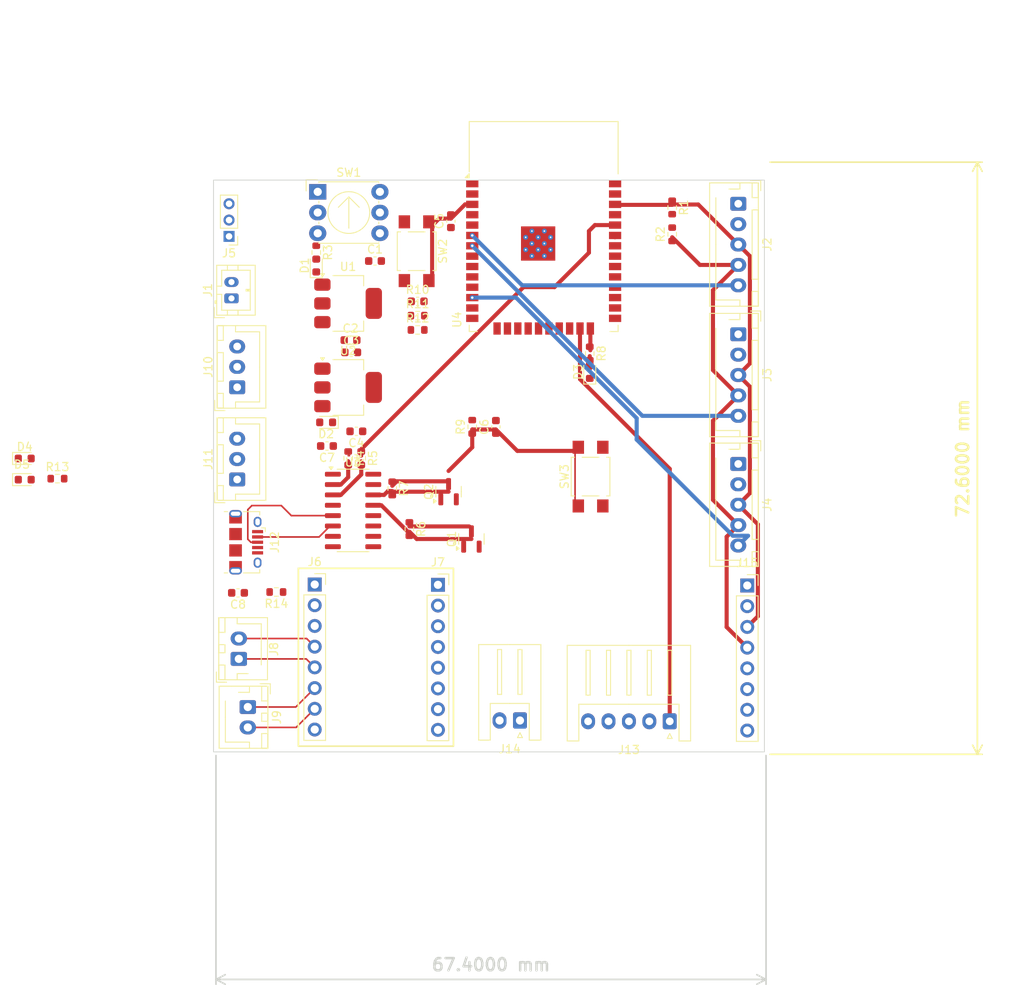
<source format=kicad_pcb>
(kicad_pcb (version 20240108) (generator "pcbnew") (generator_version "8.0")
  (layers (0 "F.Cu" signal) (31 "B.Cu" signal) (34 "B.Paste" user) (35 "F.Paste" user) (36 "B.SilkS" user "B.Silkscreen") (37 "F.SilkS" user "F.Silkscreen") (38 "B.Mask" user) (39 "F.Mask" user) (44 "Edge.Cuts" user))
  (net 0 "")
  (net 1 "Net-(Q1-B)")
  (net 2 "Net-(Q1-E)")
  (net 3 "EN")
  (net 4 "I00")
  (net 5 "Net-(Q2-E)")
  (net 6 "Net-(Q2-B)")
  (net 7 "2s")
  (net 8 "GND")
  (net 9 "5V")
  (net 10 "3V3")
  (net 11 "Net-(J12-D-)")
  (net 14 "Net-(J12-D+)")
  (net 16 "Net-(U3-TXD)")
  (net 20 "Net-(U3-RXD)")
  (net 24 "SDA")
  (net 26 "SCL")
  (net 27 "MOSI")
  (net 28 "IO0")
  (net 29 "DDT")
  (net 30 "TXD0")
  (net 33 "Net-(D4-A)")
  (net 35 "Net-(R10-Pad2)")
  (net 37 "RXD0")
  (net 39 "MISO")
  (net 40 "XSH1")
  (net 41 "XSH2")
  (net 42 "XSH3")
  (net 43 "IR")
  (net 44 "Net-(D5-A)")
  (net 46 "Net-(J6-Pin_6)")
  (net 48 "Net-(J6-Pin_4)")
  (net 49 "Net-(J6-Pin_7)")
  (net 50 "BIN1")
  (net 51 "AIN2")
  (net 52 "AIN1")
  (net 56 "BIN2")
  (net 57 "SS{slash}CS")
  (net 58 "SCLK")
  (net 59 "MOTION")
  (net 60 "INT")
  (net 63 "Net-(U4-IO2)")
  (net 64 "ESC 1")
  (net 65 "ESC 2")
  (net 66 "Net-(D1-A)")
  (net 67 "Net-(D2-A)")
  (net 68 "Net-(D3-A)")
  (net 69 "Net-(J1-Pin_1)")
  (net 73 "Net-(J6-Pin_5)")
  (footprint "Resistor_SMD:R_0603_1608Metric" (layer "F.Cu") (at 137.8 28.255 -90)
    (property "Reference" "R1" (at 0 -1.43 -90) (layer "F.SilkS"))
    (property "Value" "4k7")
    (pad "1" smd roundrect (at -0.825 0 270) (size 0.8 0.95) (layers "F.Cu" "F.Paste" "F.Mask") (net 26 "SCL"))
    (pad "2" smd roundrect (at 0.825 0 270) (size 0.8 0.95) (layers "F.Cu" "F.Paste" "F.Mask") (net 10 "3V3"))
  )
  (footprint "Resistor_SMD:R_0603_1608Metric" (layer "F.Cu") (at 127.7 46.155 -90)
    (property "Reference" "R8" (at 0 -1.43 -90) (layer "F.SilkS"))
    (property "Value" "330")
    (pad "1" smd roundrect (at -0.825 0 270) (size 0.8 0.95) (layers "F.Cu" "F.Paste" "F.Mask") (net 63 "Net-(U4-IO2)"))
    (pad "2" smd roundrect (at 0.825 0 270) (size 0.8 0.95) (layers "F.Cu" "F.Paste" "F.Mask") (net 68 "Net-(D3-A)"))
  )
  (footprint "Resistor_SMD:R_0603_1608Metric" (layer "F.Cu") (at 106.6075 41.5175)
    (property "Reference" "R11" (at 0 -1.43 0) (layer "F.SilkS"))
    (property "Value" "10K")
    (pad "1" smd roundrect (at -0.825 0) (size 0.8 0.95) (layers "F.Cu" "F.Paste" "F.Mask") (net 8 "GND"))
    (pad "2" smd roundrect (at 0.825 0) (size 0.8 0.95) (layers "F.Cu" "F.Paste" "F.Mask") (net 29 "DDT"))
  )
  (footprint "Package_TO_SOT_SMD:SOT-23" (layer "F.Cu") (at 113.2 68.9 90)
    (property "Reference" "Q1" (at 0 -2.4 90) (layer "F.SilkS"))
    (property "Value" "S8050")
    (pad "1" smd roundrect (at -0.9375 -0.95 90) (size 1.475 0.6) (layers "F.Cu" "F.Paste" "F.Mask") (net 2 "Net-(Q1-E)"))
    (pad "2" smd roundrect (at -0.9375 0.95 90) (size 1.475 0.6) (layers "F.Cu" "F.Paste" "F.Mask") (net 1 "Net-(Q1-B)"))
    (pad "3" smd roundrect (at 0.9375 0 90) (size 1.475 0.6) (layers "F.Cu" "F.Paste" "F.Mask") (net 3 "EN"))
  )
  (footprint "Connector_JST:JST_XH_B3B-XH-A_1x03_P2.50mm_Vertical" (layer "F.Cu") (at 84.5 61.6 90)
    (property "Reference" "J11" (at 2.5 -3.55 90) (layer "F.SilkS"))
    (property "Value" "ESC2")
    (pad "1" thru_hole roundrect (at 0 0 90) (size 1.7 1.95) (drill 0.95) (layers "*.Cu" "*.Mask") (roundrect_rratio 0.147059) (net 65 "ESC 2"))
    (pad "2" thru_hole oval (at 2.5 0 90) (size 1.7 1.95) (drill 0.95) (layers "*.Cu" "*.Mask"))
    (pad "3" thru_hole oval (at 5 0 90) (size 1.7 1.95) (drill 0.95) (layers "*.Cu" "*.Mask") (net 8 "GND"))
  )
  (footprint "Connector_JST:JST_XH_B2B-XH-AM_1x02_P2.50mm_Vertical" (layer "F.Cu") (at 85.8 89.5 -90)
    (property "Reference" "J9" (at 1.25 -3.55 90) (layer "F.SilkS"))
    (property "Value" "MB")
    (pad "" np_thru_hole circle (at -1.6 2 270) (size 1.2 1.2) (drill 1.2) (layers "*.Cu" "*.Mask"))
    (pad "1" thru_hole roundrect (at 0 0 270) (size 1.7 2) (drill 1) (layers "*.Cu" "*.Mask") (roundrect_rratio 0.147059) (net 46 "Net-(J6-Pin_6)"))
    (pad "2" thru_hole oval (at 2.5 0 270) (size 1.7 2) (drill 1) (layers "*.Cu" "*.Mask") (net 49 "Net-(J6-Pin_7)"))
  )
  (footprint "Diode_SMD:D_0603_1608Metric" (layer "F.Cu") (at 95.4 54.6 180)
    (property "Reference" "D2" (at 0 -1.43 180) (layer "F.SilkS"))
    (property "Value" "1N4007")
    (pad "1" smd roundrect (at -0.7875 0 180) (size 0.875 0.95) (layers "F.Cu" "F.Paste" "F.Mask") (net 9 "5V"))
    (pad "2" smd roundrect (at 0.7875 0 180) (size 0.875 0.95) (layers "F.Cu" "F.Paste" "F.Mask") (net 67 "Net-(D2-A)"))
  )
  (footprint "Capacitor_SMD:C_0603_1608Metric" (layer "F.Cu") (at 101.3875 34.8175)
    (property "Reference" "C1" (at 0 -1.43 0) (layer "F.SilkS"))
    (property "Value" "100nF")
    (pad "1" smd roundrect (at -0.775 0) (size 0.9 0.95) (layers "F.Cu" "F.Paste" "F.Mask") (net 7 "2s"))
    (pad "2" smd roundrect (at 0.775 0) (size 0.9 0.95) (layers "F.Cu" "F.Paste" "F.Mask") (net 8 "GND"))
  )
  (footprint "Connector_JST:JST_XH_B5B-XH-AM_1x05_P2.50mm_Vertical" (layer "F.Cu") (at 145.9 43.8 -90)
    (property "Reference" "J3" (at 5 -3.55 90) (layer "F.SilkS"))
    (property "Value" "VL53L0X 2")
    (pad "" np_thru_hole circle (at -1.6 2 270) (size 1.2 1.2) (drill 1.2) (layers "*.Cu" "*.Mask"))
    (pad "1" thru_hole roundrect (at 0 0 270) (size 1.7 1.95) (drill 0.95) (layers "*.Cu" "*.Mask") (roundrect_rratio 0.147059) (net 10 "3V3"))
    (pad "2" thru_hole oval (at 2.5 0 270) (size 1.7 1.95) (drill 0.95) (layers "*.Cu" "*.Mask") (net 8 "GND"))
    (pad "3" thru_hole oval (at 5 0 270) (size 1.7 1.95) (drill 0.95) (layers "*.Cu" "*.Mask") (net 26 "SCL"))
    (pad "4" thru_hole oval (at 7.5 0 270) (size 1.7 1.95) (drill 0.95) (layers "*.Cu" "*.Mask") (net 24 "SDA"))
    (pad "5" thru_hole oval (at 10 0 270) (size 1.7 1.95) (drill 0.95) (layers "*.Cu" "*.Mask") (net 41 "XSH2"))
  )
  (footprint "Resistor_SMD:R_0603_1608Metric" (layer "F.Cu") (at 113.3 55.145 90)
    (property "Reference" "R9" (at 0 -1.43 90) (layer "F.SilkS"))
    (property "Value" "10K")
    (pad "1" smd roundrect (at -0.825 0 90) (size 0.8 0.95) (layers "F.Cu" "F.Paste" "F.Mask") (net 4 "I00"))
    (pad "2" smd roundrect (at 0.825 0 90) (size 0.8 0.95) (layers "F.Cu" "F.Paste" "F.Mask") (net 10 "3V3"))
  )
  (footprint "Package_SO:SOIC-16_3.9x9.9mm_P1.27mm" (layer "F.Cu") (at 98.7 65.4)
    (property "Reference" "U3" (at 0 -5.9 0) (layer "F.SilkS"))
    (property "Value" "CH340C")
    (pad "1" smd roundrect (at -2.475 -4.445) (size 1.95 0.6) (layers "F.Cu" "F.Paste" "F.Mask") (net 8 "GND"))
    (pad "2" smd roundrect (at -2.475 -3.175) (size 1.95 0.6) (layers "F.Cu" "F.Paste" "F.Mask") (net 16 "Net-(U3-TXD)"))
    (pad "3" smd roundrect (at -2.475 -1.905) (size 1.95 0.6) (layers "F.Cu" "F.Paste" "F.Mask") (net 20 "Net-(U3-RXD)"))
    (pad "4" smd roundrect (at -2.475 -0.635) (size 1.95 0.6) (layers "F.Cu" "F.Paste" "F.Mask") (net 10 "3V3"))
    (pad "5" smd roundrect (at -2.475 0.635) (size 1.95 0.6) (layers "F.Cu" "F.Paste" "F.Mask") (net 14 "Net-(J12-D+)"))
    (pad "6" smd roundrect (at -2.475 1.905) (size 1.95 0.6) (layers "F.Cu" "F.Paste" "F.Mask") (net 11 "Net-(J12-D-)"))
    (pad "7" smd roundrect (at -2.475 3.175) (size 1.95 0.6) (layers "F.Cu" "F.Paste" "F.Mask"))
    (pad "8" smd roundrect (at -2.475 4.445) (size 1.95 0.6) (layers "F.Cu" "F.Paste" "F.Mask"))
    (pad "9" smd roundrect (at 2.475 4.445) (size 1.95 0.6) (layers "F.Cu" "F.Paste" "F.Mask"))
    (pad "10" smd roundrect (at 2.475 3.175) (size 1.95 0.6) (layers "F.Cu" "F.Paste" "F.Mask"))
    (pad "11" smd roundrect (at 2.475 1.905) (size 1.95 0.6) (layers "F.Cu" "F.Paste" "F.Mask"))
    (pad "12" smd roundrect (at 2.475 0.635) (size 1.95 0.6) (layers "F.Cu" "F.Paste" "F.Mask"))
    (pad "13" smd roundrect (at 2.475 -0.635) (size 1.95 0.6) (layers "F.Cu" "F.Paste" "F.Mask") (net 5 "Net-(Q2-E)"))
    (pad "14" smd roundrect (at 2.475 -1.905) (size 1.95 0.6) (layers "F.Cu" "F.Paste" "F.Mask") (net 2 "Net-(Q1-E)"))
    (pad "15" smd roundrect (at 2.475 -3.175) (size 1.95 0.6) (layers "F.Cu" "F.Paste" "F.Mask"))
    (pad "16" smd roundrect (at 2.475 -4.445) (size 1.95 0.6) (layers "F.Cu" "F.Paste" "F.Mask") (net 10 "3V3"))
  )
  (footprint "Connector_JST:JST_XH_B5B-XH-AM_1x05_P2.50mm_Vertical" (layer "F.Cu") (at 145.9 59.7 -90)
    (property "Reference" "J4" (at 5 -3.55 90) (layer "F.SilkS"))
    (property "Value" "VL53L0X 3")
    (pad "" np_thru_hole circle (at -1.6 2 270) (size 1.2 1.2) (drill 1.2) (layers "*.Cu" "*.Mask"))
    (pad "1" thru_hole roundrect (at 0 0 270) (size 1.7 1.95) (drill 0.95) (layers "*.Cu" "*.Mask") (roundrect_rratio 0.147059) (net 10 "3V3"))
    (pad "2" thru_hole oval (at 2.5 0 270) (size 1.7 1.95) (drill 0.95) (layers "*.Cu" "*.Mask") (net 8 "GND"))
    (pad "3" thru_hole oval (at 5 0 270) (size 1.7 1.95) (drill 0.95) (layers "*.Cu" "*.Mask") (net 26 "SCL"))
    (pad "4" thru_hole oval (at 7.5 0 270) (size 1.7 1.95) (drill 0.95) (layers "*.Cu" "*.Mask") (net 24 "SDA"))
    (pad "5" thru_hole oval (at 10 0 270) (size 1.7 1.95) (drill 0.95) (layers "*.Cu" "*.Mask") (net 42 "XSH3"))
  )
  (footprint "Package_TO_SOT_SMD:SOT-23" (layer "F.Cu") (at 110.4 63.1 90)
    (property "Reference" "Q2" (at 0 -2.4 90) (layer "F.SilkS"))
    (property "Value" "S8050")
    (pad "1" smd roundrect (at -0.9375 -0.95 90) (size 1.475 0.6) (layers "F.Cu" "F.Paste" "F.Mask") (net 5 "Net-(Q2-E)"))
    (pad "2" smd roundrect (at -0.9375 0.95 90) (size 1.475 0.6) (layers "F.Cu" "F.Paste" "F.Mask") (net 6 "Net-(Q2-B)"))
    (pad "3" smd roundrect (at 0.9375 0 90) (size 1.475 0.6) (layers "F.Cu" "F.Paste" "F.Mask") (net 4 "I00"))
  )
  (footprint "Button_Switch_SMD:SW_SPST_TL3305C" (layer "F.Cu") (at 106.4875 33.6175 -90)
    (property "Reference" "SW2" (at 0 -3.2 -90) (layer "F.SilkS"))
    (property "Value" "EN")
    (pad "1" smd rect (at -3.6 -1.5 270) (size 1.6 1.4) (layers "F.Cu" "F.Paste" "F.Mask") (net 3 "EN"))
    (pad "1" smd rect (at 3.6 -1.5 270) (size 1.6 1.4) (layers "F.Cu" "F.Paste" "F.Mask") (net 3 "EN"))
    (pad "2" smd rect (at -3.6 1.5 270) (size 1.6 1.4) (layers "F.Cu" "F.Paste" "F.Mask") (net 8 "GND"))
    (pad "2" smd rect (at 3.6 1.5 270) (size 1.6 1.4) (layers "F.Cu" "F.Paste" "F.Mask") (net 8 "GND"))
  )
  (footprint "Connector_JST:JST_XH_B5B-XH-AM_1x05_P2.50mm_Vertical" (layer "F.Cu") (at 145.9 27.8 -90)
    (property "Reference" "J2" (at 5 -3.55 90) (layer "F.SilkS"))
    (property "Value" "VL53L0X 1")
    (pad "" np_thru_hole circle (at -1.6 2 270) (size 1.2 1.2) (drill 1.2) (layers "*.Cu" "*.Mask"))
    (pad "1" thru_hole roundrect (at 0 0 270) (size 1.7 1.95) (drill 0.95) (layers "*.Cu" "*.Mask") (roundrect_rratio 0.147059) (net 10 "3V3"))
    (pad "2" thru_hole oval (at 2.5 0 270) (size 1.7 1.95) (drill 0.95) (layers "*.Cu" "*.Mask") (net 8 "GND"))
    (pad "3" thru_hole oval (at 5 0 270) (size 1.7 1.95) (drill 0.95) (layers "*.Cu" "*.Mask") (net 26 "SCL"))
    (pad "4" thru_hole oval (at 7.5 0 270) (size 1.7 1.95) (drill 0.95) (layers "*.Cu" "*.Mask") (net 24 "SDA"))
    (pad "5" thru_hole oval (at 10 0 270) (size 1.7 1.95) (drill 0.95) (layers "*.Cu" "*.Mask") (net 40 "XSH1"))
  )
  (footprint "Resistor_SMD:R_0603_1608Metric" (layer "F.Cu") (at 94.1875 33.7725 -90)
    (property "Reference" "R3" (at 0 -1.43 -90) (layer "F.SilkS"))
    (property "Value" "1K")
    (pad "1" smd roundrect (at -0.825 0 270) (size 0.8 0.95) (layers "F.Cu" "F.Paste" "F.Mask") (net 7 "2s"))
    (pad "2" smd roundrect (at 0.825 0 270) (size 0.8 0.95) (layers "F.Cu" "F.Paste" "F.Mask") (net 66 "Net-(D1-A)"))
  )
  (footprint "Resistor_SMD:R_0603_1608Metric" (layer "F.Cu") (at 98.1 59 -90)
    (property "Reference" "R4" (at 0 -1.43 -90) (layer "F.SilkS"))
    (property "Value" "1K")
    (pad "1" smd roundrect (at -0.825 0 270) (size 0.8 0.95) (layers "F.Cu" "F.Paste" "F.Mask") (net 37 "RXD0"))
    (pad "2" smd roundrect (at 0.825 0 270) (size 0.8 0.95) (layers "F.Cu" "F.Paste" "F.Mask") (net 16 "Net-(U3-TXD)"))
  )
  (footprint "Connector_PinSocket_2.54mm:PinSocket_1x08_P2.54mm_Vertical" (layer "F.Cu") (at 94 74.48)
    (property "Reference" "J6" (at 0 -2.77 0) (layer "F.SilkS"))
    (property "Value" "ponte H ld e")
    (pad "1" thru_hole rect (at 0 0) (size 1.7 1.7) (drill 1) (layers "*.Cu" "*.Mask") (net 7 "2s"))
    (pad "2" thru_hole oval (at 0 2.54) (size 1.7 1.7) (drill 1) (layers "*.Cu" "*.Mask"))
    (pad "3" thru_hole oval (at 0 5.08) (size 1.7 1.7) (drill 1) (layers "*.Cu" "*.Mask"))
    (pad "4" thru_hole oval (at 0 7.62) (size 1.7 1.7) (drill 1) (layers "*.Cu" "*.Mask") (net 48 "Net-(J6-Pin_4)"))
    (pad "5" thru_hole oval (at 0 10.16) (size 1.7 1.7) (drill 1) (layers "*.Cu" "*.Mask") (net 73 "Net-(J6-Pin_5)"))
    (pad "6" thru_hole oval (at 0 12.7) (size 1.7 1.7) (drill 1) (layers "*.Cu" "*.Mask") (net 46 "Net-(J6-Pin_6)"))
    (pad "7" thru_hole oval (at 0 15.24) (size 1.7 1.7) (drill 1) (layers "*.Cu" "*.Mask") (net 49 "Net-(J6-Pin_7)"))
    (pad "8" thru_hole oval (at 0 17.78) (size 1.7 1.7) (drill 1) (layers "*.Cu" "*.Mask") (net 8 "GND"))
  )
  (footprint "Connector_JST:JST_XH_S2B-XH-A_1x02_P2.50mm_Horizontal" (layer "F.Cu") (at 119.15 91.15 180)
    (property "Reference" "J14" (at 1.25 -3.5 0) (layer "F.SilkS"))
    (property "Value" "PS ADSN-9500")
    (pad "1" thru_hole roundrect (at 0 0 180) (size 1.7 2) (drill 1) (layers "*.Cu" "*.Mask") (roundrect_rratio 0.147059) (net 10 "3V3"))
    (pad "2" thru_hole oval (at 2.5 0 180) (size 1.7 2) (drill 1) (layers "*.Cu" "*.Mask") (net 8 "GND"))
  )
  (footprint "Resistor_SMD:R_0603_1608Metric" (layer "F.Cu") (at 106.6075 43.2675)
    (property "Reference" "R12" (at 0 -1.43 0) (layer "F.SilkS"))
    (property "Value" "10K")
    (pad "1" smd roundrect (at -0.825 0) (size 0.8 0.95) (layers "F.Cu" "F.Paste" "F.Mask") (net 35 "Net-(R10-Pad2)"))
    (pad "2" smd roundrect (at 0.825 0) (size 0.8 0.95) (layers "F.Cu" "F.Paste" "F.Mask") (net 7 "2s"))
  )
  (footprint "Resistor_SMD:R_0603_1608Metric" (layer "F.Cu") (at 99.7 59 -90)
    (property "Reference" "R5" (at 0 -1.43 -90) (layer "F.SilkS"))
    (property "Value" "1K")
    (pad "1" smd roundrect (at -0.825 0 270) (size 0.8 0.95) (layers "F.Cu" "F.Paste" "F.Mask") (net 30 "TXD0"))
    (pad "2" smd roundrect (at 0.825 0 270) (size 0.8 0.95) (layers "F.Cu" "F.Paste" "F.Mask") (net 20 "Net-(U3-RXD)"))
  )
  (footprint "Diode_SMD:D_0603_1608Metric" (layer "F.Cu") (at 58.465 59.03)
    (property "Reference" "D4" (at 0 -1.43 0) (layer "F.SilkS"))
    (property "Value" "1N4007")
    (pad "1" smd roundrect (at -0.7875 0) (size 0.875 0.95) (layers "F.Cu" "F.Paste" "F.Mask") (net 9 "5V"))
    (pad "2" smd roundrect (at 0.7875 0) (size 0.875 0.95) (layers "F.Cu" "F.Paste" "F.Mask") (net 33 "Net-(D4-A)"))
  )
  (footprint "LED_SMD:LED_0603_1608Metric" (layer "F.Cu") (at 58.465 61.62)
    (property "Reference" "D5" (at -0.3425 -1.855 0) (layer "F.SilkS"))
    (property "Value" "LED")
    (pad "1" smd roundrect (at -0.7875 0) (size 0.875 0.95) (layers "F.Cu" "F.Paste" "F.Mask") (net 8 "GND"))
    (pad "2" smd roundrect (at 0.7875 0) (size 0.875 0.95) (layers "F.Cu" "F.Paste" "F.Mask") (net 44 "Net-(D5-A)"))
  )
  (footprint "Button_Switch_SMD:SW_SPST_TL3305C" (layer "F.Cu") (at 127.8 61.25 90)
    (property "Reference" "SW3" (at 0 -3.2 90) (layer "F.SilkS"))
    (property "Value" "BOOT")
    (pad "1" smd rect (at -3.6 -1.5 90) (size 1.6 1.4) (layers "F.Cu" "F.Paste" "F.Mask") (net 4 "I00"))
    (pad "1" smd rect (at 3.6 -1.5 90) (size 1.6 1.4) (layers "F.Cu" "F.Paste" "F.Mask") (net 4 "I00"))
    (pad "2" smd rect (at -3.6 1.5 90) (size 1.6 1.4) (layers "F.Cu" "F.Paste" "F.Mask") (net 8 "GND"))
    (pad "2" smd rect (at 3.6 1.5 90) (size 1.6 1.4) (layers "F.Cu" "F.Paste" "F.Mask") (net 8 "GND"))
  )
  (footprint "Resistor_SMD:R_0603_1608Metric" (layer "F.Cu") (at 62.475 61.5)
    (property "Reference" "R13" (at 0 -1.43 0) (layer "F.SilkS"))
    (property "Value" "1K")
    (pad "1" smd roundrect (at -0.825 0) (size 0.8 0.95) (layers "F.Cu" "F.Paste" "F.Mask") (net 10 "3V3"))
    (pad "2" smd roundrect (at 0.825 0) (size 0.8 0.95) (layers "F.Cu" "F.Paste" "F.Mask") (net 44 "Net-(D5-A)"))
  )
  (footprint "Capacitor_SMD:C_0603_1608Metric" (layer "F.Cu") (at 84.6 75.5 180)
    (property "Reference" "C8" (at 0 -1.43 360) (layer "F.SilkS"))
    (property "Value" "C_Polarized")
    (pad "1" smd roundrect (at -0.775 0 180) (size 0.9 0.95) (layers "F.Cu" "F.Paste" "F.Mask") (net 3 "EN"))
    (pad "2" smd roundrect (at 0.775 0 180) (size 0.9 0.95) (layers "F.Cu" "F.Paste" "F.Mask") (net 8 "GND"))
  )
  (footprint "Capacitor_SMD:C_0603_1608Metric" (layer "F.Cu") (at 98.3875 44.5175)
    (property "Reference" "C2" (at 0 -1.43 0) (layer "F.SilkS"))
    (property "Value" "10uF")
    (pad "1" smd roundrect (at -0.775 0) (size 0.9 0.95) (layers "F.Cu" "F.Paste" "F.Mask") (net 33 "Net-(D4-A)"))
    (pad "2" smd roundrect (at 0.775 0) (size 0.9 0.95) (layers "F.Cu" "F.Paste" "F.Mask") (net 8 "GND"))
  )
  (footprint "Capacitor_SMD:C_0603_1608Metric" (layer "F.Cu") (at 95.5 57.5 180)
    (property "Reference" "C7" (at 0 -1.43 180) (layer "F.SilkS"))
    (property "Value" "100uF")
    (pad "1" smd roundrect (at -0.775 0 180) (size 0.9 0.95) (layers "F.Cu" "F.Paste" "F.Mask") (net 10 "3V3"))
    (pad "2" smd roundrect (at 0.775 0 180) (size 0.9 0.95) (layers "F.Cu" "F.Paste" "F.Mask") (net 8 "GND"))
  )
  (footprint "LED_SMD:LED_0603_1608Metric" (layer "F.Cu") (at 94.1875 35.3725 90)
    (property "Reference" "D1" (at 0 -1.43 90) (layer "F.SilkS"))
    (property "Value" "LED")
    (pad "1" smd roundrect (at -0.7875 0 90) (size 0.875 0.95) (layers "F.Cu" "F.Paste" "F.Mask") (net 8 "GND"))
    (pad "2" smd roundrect (at 0.7875 0 90) (size 0.875 0.95) (layers "F.Cu" "F.Paste" "F.Mask") (net 66 "Net-(D1-A)"))
  )
  (footprint "Resistor_SMD:R_0603_1608Metric" (layer "F.Cu") (at 103.5 62.7 -90)
    (property "Reference" "R7" (at 0 -1.43 -90) (layer "F.SilkS"))
    (property "Value" "10K")
    (pad "1" smd roundrect (at -0.825 0 270) (size 0.8 0.95) (layers "F.Cu" "F.Paste" "F.Mask") (net 6 "Net-(Q2-B)"))
    (pad "2" smd roundrect (at 0.825 0 270) (size 0.8 0.95) (layers "F.Cu" "F.Paste" "F.Mask") (net 2 "Net-(Q1-E)"))
  )
  (footprint "Connector_JST:JST_XH_S5B-XH-A_1x05_P2.50mm_Horizontal" (layer "F.Cu") (at 137.5 91.25 180)
    (property "Reference" "J13" (at 5 -3.5 0) (layer "F.SilkS"))
    (property "Value" "ADSN-9500")
    (pad "1" thru_hole roundrect (at 0 0 180) (size 1.7 1.95) (drill 0.95) (layers "*.Cu" "*.Mask") (roundrect_rratio 0.147059) (net 57 "SS{slash}CS"))
    (pad "2" thru_hole oval (at 2.5 0 180) (size 1.7 1.95) (drill 0.95) (layers "*.Cu" "*.Mask") (net 39 "MISO"))
    (pad "3" thru_hole oval (at 5 0 180) (size 1.7 1.95) (drill 0.95) (layers "*.Cu" "*.Mask") (net 58 "SCLK"))
    (pad "4" thru_hole oval (at 7.5 0 180) (size 1.7 1.95) (drill 0.95) (layers "*.Cu" "*.Mask") (net 27 "MOSI"))
    (pad "5" thru_hole oval (at 10 0 180) (size 1.7 1.95) (drill 0.95) (layers "*.Cu" "*.Mask") (net 59 "MOTION"))
  )
  (footprint "Resistor_SMD:R_0603_1608Metric" (layer "F.Cu") (at 137.8 31.545 90)
    (property "Reference" "R2" (at 0 -1.43 90) (layer "F.SilkS"))
    (property "Value" "4k7")
    (pad "1" smd roundrect (at -0.825 0 90) (size 0.8 0.95) (layers "F.Cu" "F.Paste" "F.Mask") (net 24 "SDA"))
    (pad "2" smd roundrect (at 0.825 0 90) (size 0.8 0.95) (layers "F.Cu" "F.Paste" "F.Mask") (net 10 "3V3"))
  )
  (footprint "Capacitor_SMD:C_0603_1608Metric" (layer "F.Cu") (at 116.2 55.155 90)
    (property "Reference" "C6" (at 0 -1.43 90) (layer "F.SilkS"))
    (property "Value" "100nF")
    (pad "1" smd roundrect (at -0.775 0 90) (size 0.9 0.95) (layers "F.Cu" "F.Paste" "F.Mask") (net 4 "I00"))
    (pad "2" smd roundrect (at 0.775 0 90) (size 0.9 0.95) (layers "F.Cu" "F.Paste" "F.Mask") (net 8 "GND"))
  )
  (footprint "Capacitor_SMD:C_0603_1608Metric" (layer "F.Cu") (at 99.1 55.7 180)
    (property "Reference" "C4" (at 0 -1.43 180) (layer "F.SilkS"))
    (property "Value" "10uF")
    (pad "1" smd roundrect (at -0.775 0 180) (size 0.9 0.95) (layers "F.Cu" "F.Paste" "F.Mask") (net 10 "3V3"))
    (pad "2" smd roundrect (at 0.775 0 180) (size 0.9 0.95) (layers "F.Cu" "F.Paste" "F.Mask") (net 8 "GND"))
  )
  (footprint "Connector_JST:JST_XH_B3B-XH-A_1x03_P2.50mm_Vertical" (layer "F.Cu") (at 84.5 50.3 90)
    (property "Reference" "J10" (at 2.5 -3.55 90) (layer "F.SilkS"))
    (property "Value" "ESC1")
    (pad "1" thru_hole roundrect (at 0 0 90) (size 1.7 1.95) (drill 0.95) (layers "*.Cu" "*.Mask") (roundrect_rratio 0.147059) (net 64 "ESC 1"))
    (pad "2" thru_hole oval (at 2.5 0 90) (size 1.7 1.95) (drill 0.95) (layers "*.Cu" "*.Mask"))
    (pad "3" thru_hole oval (at 5 0 90) (size 1.7 1.95) (drill 0.95) (layers "*.Cu" "*.Mask") (net 8 "GND"))
  )
  (footprint "Package_TO_SOT_SMD:SOT-223-3_TabPin2" (layer "F.Cu") (at 98.0875 40.0175)
    (property "Reference" "U1" (at 0 -4.5 0) (layer "F.SilkS"))
    (property "Value" "AMS1117-5.0")
    (pad "1" smd roundrect (at -3.15 -2.3) (size 2 1.5) (layers "F.Cu" "F.Paste" "F.Mask") (net 8 "GND"))
    (pad "2" smd roundrect (at -3.15 0) (size 2 1.5) (layers "F.Cu" "F.Paste" "F.Mask") (net 33 "Net-(D4-A)"))
    (pad "2" smd roundrect (at 3.15 0) (size 2 3.8) (layers "F.Cu" "F.Paste" "F.Mask") (net 33 "Net-(D4-A)"))
    (pad "3" smd roundrect (at -3.15 2.3) (size 2 1.5) (layers "F.Cu" "F.Paste" "F.Mask") (net 7 "2s"))
  )
  (footprint "Capacitor_SMD:C_0603_1608Metric" (layer "F.Cu") (at 106.6075 39.7675)
    (property "Reference" "R10" (at 0 -1.43 0) (layer "F.SilkS"))
    (property "Value" "10K")
    (pad "1" smd roundrect (at -0.775 0) (size 0.9 0.95) (layers "F.Cu" "F.Paste" "F.Mask") (net 29 "DDT"))
    (pad "2" smd roundrect (at 0.775 0) (size 0.9 0.95) (layers "F.Cu" "F.Paste" "F.Mask") (net 35 "Net-(R10-Pad2)"))
  )
  (footprint "Connector_JST:JST_XH_B2B-XH-AM_1x02_P2.50mm_Vertical" (layer "F.Cu") (at 84.7 83.6 90)
    (property "Reference" "J8" (at 1.2 4.3 90) (layer "F.SilkS"))
    (property "Value" "MA")
    (pad "" np_thru_hole circle (at -1.6 2 90) (size 1.2 1.2) (drill 1.2) (layers "*.Cu" "*.Mask"))
    (pad "1" thru_hole roundrect (at 0 0 90) (size 1.7 2) (drill 1) (layers "*.Cu" "*.Mask") (roundrect_rratio 0.147059) (net 48 "Net-(J6-Pin_4)"))
    (pad "2" thru_hole oval (at 2.5 0 90) (size 1.7 2) (drill 1) (layers "*.Cu" "*.Mask") (net 73 "Net-(J6-Pin_5)"))
  )
  (footprint "Resistor_SMD:R_0603_1608Metric" (layer "F.Cu") (at 105.6 67.68 -90)
    (property "Reference" "R6" (at 0 -1.43 -90) (layer "F.SilkS"))
    (property "Value" "10K")
    (pad "1" smd roundrect (at -0.825 0 270) (size 0.8 0.95) (layers "F.Cu" "F.Paste" "F.Mask") (net 1 "Net-(Q1-B)"))
    (pad "2" smd roundrect (at 0.825 0 270) (size 0.8 0.95) (layers "F.Cu" "F.Paste" "F.Mask") (net 5 "Net-(Q2-E)"))
  )
  (footprint "Connector_USB:USB_Micro-B_Amphenol_10118194_Horizontal" (layer "F.Cu") (at 85.6 69.3 -90)
    (property "Reference" "J12" (at 0 -3.5 90) (layer "F.SilkS"))
    (property "Value" "USB_B_Micro")
    (pad "1" smd rect (at -1.3 -1.4 270) (size 0.4 1.35) (layers "F.Cu" "F.Paste" "F.Mask") (net 67 "Net-(D2-A)"))
    (pad "2" smd rect (at -0.65 -1.4 270) (size 0.4 1.35) (layers "F.Cu" "F.Paste" "F.Mask") (net 11 "Net-(J12-D-)"))
    (pad "3" smd rect (at 0 -1.4 270) (size 0.4 1.35) (layers "F.Cu" "F.Paste" "F.Mask") (net 14 "Net-(J12-D+)"))
    (pad "4" smd rect (at 0.65 -1.4 270) (size 0.4 1.35) (layers "F.Cu" "F.Paste" "F.Mask"))
    (pad "5" smd rect (at 1.3 -1.4 270) (size 0.4 1.35) (layers "F.Cu" "F.Paste" "F.Mask") (net 8 "GND"))
    (pad "6" thru_hole oval (at -3.5 1.3 270) (size 0.89 1.55) (drill oval 0.5 1.15) (layers "*.Cu" "*.Mask") (net 8 "GND"))
    (pad "6" smd rect (at -2.9 1.3 270) (size 1.2 1.55) (layers "F.Cu" "F.Paste" "F.Mask") (net 8 "GND"))
    (pad "6" thru_hole oval (at -2.5 -1.4 270) (size 1.25 0.95) (drill oval 0.85 0.55) (layers "*.Cu" "*.Mask") (net 8 "GND"))
    (pad "6" smd rect (at -1 1.3 270) (size 1.5 1.55) (layers "F.Cu" "F.Paste" "F.Mask") (net 8 "GND"))
    (pad "6" smd rect (at 1 1.3 270) (size 1.5 1.55) (layers "F.Cu" "F.Paste" "F.Mask") (net 8 "GND"))
    (pad "6" thru_hole oval (at 2.5 -1.4 270) (size 1.25 0.95) (drill oval 0.85 0.55) (layers "*.Cu" "*.Mask") (net 8 "GND"))
    (pad "6" smd rect (at 2.9 1.3 270) (size 1.2 1.55) (layers "F.Cu" "F.Paste" "F.Mask") (net 8 "GND"))
    (pad "6" thru_hole oval (at 3.5 1.3 270) (size 0.89 1.55) (drill oval 0.5 1.15) (layers "*.Cu" "*.Mask") (net 8 "GND"))
  )
  (footprint "Button_Switch_THT:Nidec_Copal_SH-7010C" (layer "F.Cu") (at 94.3675 26.3375)
    (property "Reference" "SW1" (at 3.81 -2.36 0) (layer "F.SilkS"))
    (property "Value" "ON/OFF")
    (pad "1" thru_hole rect (at 0 0) (size 2.1 1.9) (drill 1) (layers "*.Cu" "*.Mask") (net 69 "Net-(J1-Pin_1)"))
    (pad "2" thru_hole oval (at 7.62 5.08) (size 2.1 1.9) (drill 1) (layers "*.Cu" "*.Mask") (net 7 "2s"))
    (pad "4" thru_hole oval (at 0 5.08) (size 2.1 1.9) (drill 1) (layers "*.Cu" "*.Mask"))
    (pad "8" thru_hole oval (at 7.62 0) (size 2.1 1.9) (drill 1) (layers "*.Cu" "*.Mask"))
    (pad "C" thru_hole oval (at 0 2.54) (size 2.1 1.9) (drill 1) (layers "*.Cu" "*.Mask"))
    (pad "C" thru_hole oval (at 7.62 2.54) (size 2.1 1.9) (drill 1) (layers "*.Cu" "*.Mask"))
  )
  (footprint "LED_SMD:LED_0603_1608Metric" (layer "F.Cu") (at 127.7 48.42 90)
    (property "Reference" "D3" (at 0 -1.43 90) (layer "F.SilkS"))
    (property "Value" "LED")
    (pad "1" smd roundrect (at -0.7875 0 90) (size 0.875 0.95) (layers "F.Cu" "F.Paste" "F.Mask") (net 8 "GND"))
    (pad "2" smd roundrect (at 0.7875 0 90) (size 0.875 0.95) (layers "F.Cu" "F.Paste" "F.Mask") (net 68 "Net-(D3-A)"))
  )
  (footprint "Package_TO_SOT_SMD:SOT-223-3_TabPin2" (layer "F.Cu") (at 98.0875 50.3175)
    (property "Reference" "U2" (at 0 -4.5 0) (layer "F.SilkS"))
    (property "Value" "AMS1117-3.3")
    (pad "1" smd roundrect (at -3.15 -2.3) (size 2 1.5) (layers "F.Cu" "F.Paste" "F.Mask") (net 8 "GND"))
    (pad "2" smd roundrect (at -3.15 0) (size 2 1.5) (layers "F.Cu" "F.Paste" "F.Mask") (net 10 "3V3"))
    (pad "2" smd roundrect (at 3.15 0) (size 2 3.8) (layers "F.Cu" "F.Paste" "F.Mask") (net 10 "3V3"))
    (pad "3" smd roundrect (at -3.15 2.3) (size 2 1.5) (layers "F.Cu" "F.Paste" "F.Mask") (net 9 "5V"))
  )
  (footprint "Resistor_SMD:R_0603_1608Metric" (layer "F.Cu") (at 89.3 75.4 180)
    (property "Reference" "R14" (at 0 -1.43 360) (layer "F.SilkS"))
    (property "Value" "10K")
    (pad "1" smd roundrect (at -0.825 0 180) (size 0.8 0.95) (layers "F.Cu" "F.Paste" "F.Mask") (net 10 "3V3"))
    (pad "2" smd roundrect (at 0.825 0 180) (size 0.8 0.95) (layers "F.Cu" "F.Paste" "F.Mask") (net 3 "EN"))
  )
  (footprint "Capacitor_SMD:C_0603_1608Metric" (layer "F.Cu") (at 110.6875 29.9375 90)
    (property "Reference" "C5" (at 0 -1.43 90) (layer "F.SilkS"))
    (property "Value" "100nF")
    (pad "1" smd roundrect (at -0.775 0 90) (size 0.9 0.95) (layers "F.Cu" "F.Paste" "F.Mask") (net 8 "GND"))
    (pad "2" smd roundrect (at 0.775 0 90) (size 0.9 0.95) (layers "F.Cu" "F.Paste" "F.Mask") (net 3 "EN"))
  )
  (footprint "Connector_PinHeader_2.00mm:PinHeader_1x03_P2.00mm_Vertical" (layer "F.Cu") (at 83.5 31.8 180)
    (property "Reference" "J5" (at 0 -2.06 180) (layer "F.SilkS"))
    (property "Value" "VS1838B")
    (pad "1" thru_hole rect (at 0 0 180) (size 1.35 1.35) (drill 0.8) (layers "*.Cu" "*.Mask") (net 10 "3V3"))
    (pad "2" thru_hole oval (at 0 2 180) (size 1.35 1.35) (drill 0.8) (layers "*.Cu" "*.Mask") (net 8 "GND"))
    (pad "3" thru_hole oval (at 0 4 180) (size 1.35 1.35) (drill 0.8) (layers "*.Cu" "*.Mask") (net 43 "IR"))
  )
  (footprint "Connector_PinSocket_2.54mm:PinSocket_1x08_P2.54mm_Vertical" (layer "F.Cu") (at 109.1 74.52)
    (property "Reference" "J7" (at 0 -2.77 0) (layer "F.SilkS"))
    (property "Value" "ponte H ld d")
    (pad "1" thru_hole rect (at 0 0) (size 1.7 1.7) (drill 1) (layers "*.Cu" "*.Mask"))
    (pad "2" thru_hole oval (at 0 2.54) (size 1.7 1.7) (drill 1) (layers "*.Cu" "*.Mask") (net 51 "AIN2"))
    (pad "3" thru_hole oval (at 0 5.08) (size 1.7 1.7) (drill 1) (layers "*.Cu" "*.Mask") (net 52 "AIN1"))
    (pad "4" thru_hole oval (at 0 7.62) (size 1.7 1.7) (drill 1) (layers "*.Cu" "*.Mask") (net 10 "3V3"))
    (pad "5" thru_hole oval (at 0 10.16) (size 1.7 1.7) (drill 1) (layers "*.Cu" "*.Mask") (net 50 "BIN1"))
    (pad "6" thru_hole oval (at 0 12.7) (size 1.7 1.7) (drill 1) (layers "*.Cu" "*.Mask") (net 56 "BIN2"))
    (pad "7" thru_hole oval (at 0 15.24) (size 1.7 1.7) (drill 1) (layers "*.Cu" "*.Mask"))
    (pad "8" thru_hole oval (at 0 17.78) (size 1.7 1.7) (drill 1) (layers "*.Cu" "*.Mask"))
  )
  (footprint "Connector_PinSocket_2.54mm:PinSocket_1x08_P2.54mm_Vertical" (layer "F.Cu") (at 147 74.6)
    (property "Reference" "J15" (at 0 -2.77 0) (layer "F.SilkS"))
    (property "Value" "MPU-6050")
    (pad "1" thru_hole rect (at 0 0) (size 1.7 1.7) (drill 1) (layers "*.Cu" "*.Mask") (net 10 "3V3"))
    (pad "2" thru_hole oval (at 0 2.54) (size 1.7 1.7) (drill 1) (layers "*.Cu" "*.Mask") (net 8 "GND"))
    (pad "3" thru_hole oval (at 0 5.08) (size 1.7 1.7) (drill 1) (layers "*.Cu" "*.Mask") (net 26 "SCL"))
    (pad "4" thru_hole oval (at 0 7.62) (size 1.7 1.7) (drill 1) (layers "*.Cu" "*.Mask") (net 24 "SDA"))
    (pad "5" thru_hole oval (at 0 10.16) (size 1.7 1.7) (drill 1) (layers "*.Cu" "*.Mask"))
    (pad "6" thru_hole oval (at 0 12.7) (size 1.7 1.7) (drill 1) (layers "*.Cu" "*.Mask"))
    (pad "7" thru_hole oval (at 0 15.24) (size 1.7 1.7) (drill 1) (layers "*.Cu" "*.Mask") (net 8 "GND"))
    (pad "8" thru_hole oval (at 0 17.78) (size 1.7 1.7) (drill 1) (layers "*.Cu" "*.Mask") (net 60 "INT"))
  )
  (footprint "Connector_JST:JST_PH_B2B-PH-K_1x02_P2.00mm_Vertical" (layer "F.Cu") (at 83.8 39.4 90)
    (property "Reference" "J1" (at 1 -2.9 90) (layer "F.SilkS"))
    (property "Value" "Bateria")
    (pad "1" thru_hole roundrect (at 0 0 90) (size 1.2 1.75) (drill 0.75) (layers "*.Cu" "*.Mask") (roundrect_rratio 0.208333) (net 69 "Net-(J1-Pin_1)"))
    (pad "2" thru_hole oval (at 2 0 90) (size 1.2 1.75) (drill 0.75) (layers "*.Cu" "*.Mask") (net 8 "GND"))
  )
  (footprint "RF_Module:ESP32-WROOM-32" (layer "F.Cu") (at 122.055 33.585)
    (property "Reference" "U4" (at -10.61 8.43 90) (layer "F.SilkS"))
    (property "Value" "ESP32-WROOM-32UE")
    (pad "1" smd rect (at -8.75 -8.25) (size 1.5 0.9) (layers "F.Cu" "F.Paste" "F.Mask") (net 8 "GND"))
    (pad "2" smd rect (at -8.75 -6.98) (size 1.5 0.9) (layers "F.Cu" "F.Paste" "F.Mask") (net 10 "3V3"))
    (pad "3" smd rect (at -8.75 -5.71) (size 1.5 0.9) (layers "F.Cu" "F.Paste" "F.Mask") (net 3 "EN"))
    (pad "4" smd rect (at -8.75 -4.44) (size 1.5 0.9) (layers "F.Cu" "F.Paste" "F.Mask"))
    (pad "5" smd rect (at -8.75 -3.17) (size 1.5 0.9) (layers "F.Cu" "F.Paste" "F.Mask") (net 29 "DDT"))
    (pad "6" smd rect (at -8.75 -1.9) (size 1.5 0.9) (layers "F.Cu" "F.Paste" "F.Mask") (net 60 "INT"))
    (pad "7" smd rect (at -8.75 -0.63) (size 1.5 0.9) (layers "F.Cu" "F.Paste" "F.Mask") (net 43 "IR"))
    (pad "8" smd rect (at -8.75 0.64) (size 1.5 0.9) (layers "F.Cu" "F.Paste" "F.Mask"))
    (pad "9" smd rect (at -8.75 1.91) (size 1.5 0.9) (layers "F.Cu" "F.Paste" "F.Mask"))
    (pad "10" smd rect (at -8.75 3.18) (size 1.5 0.9) (layers "F.Cu" "F.Paste" "F.Mask") (net 51 "AIN2"))
    (pad "11" smd rect (at -8.75 4.45) (size 1.5 0.9) (layers "F.Cu" "F.Paste" "F.Mask") (net 50 "BIN1"))
    (pad "12" smd rect (at -8.75 5.72) (size 1.5 0.9) (layers "F.Cu" "F.Paste" "F.Mask") (net 56 "BIN2"))
    (pad "13" smd rect (at -8.75 6.99) (size 1.5 0.9) (layers "F.Cu" "F.Paste" "F.Mask") (net 52 "AIN1"))
    (pad "14" smd rect (at -8.75 8.26) (size 1.5 0.9) (layers "F.Cu" "F.Paste" "F.Mask") (net 64 "ESC 1"))
    (pad "15" smd rect (at -5.71 9.51 90) (size 1.5 0.9) (layers "F.Cu" "F.Paste" "F.Mask") (net 8 "GND"))
    (pad "16" smd rect (at -4.44 9.51 90) (size 1.5 0.9) (layers "F.Cu" "F.Paste" "F.Mask") (net 65 "ESC 2"))
    (pad "17" smd rect (at -3.17 9.51 90) (size 1.5 0.9) (layers "F.Cu" "F.Paste" "F.Mask"))
    (pad "18" smd rect (at -1.9 9.51 90) (size 1.5 0.9) (layers "F.Cu" "F.Paste" "F.Mask"))
    (pad "19" smd rect (at -0.63 9.51 90) (size 1.5 0.9) (layers "F.Cu" "F.Paste" "F.Mask"))
    (pad "20" smd rect (at 0.64 9.51 90) (size 1.5 0.9) (layers "F.Cu" "F.Paste" "F.Mask"))
    (pad "21" smd rect (at 1.91 9.51 90) (size 1.5 0.9) (layers "F.Cu" "F.Paste" "F.Mask"))
    (pad "22" smd rect (at 3.18 9.51 90) (size 1.5 0.9) (layers "F.Cu" "F.Paste" "F.Mask"))
    (pad "23" smd rect (at 4.45 9.51 90) (size 1.5 0.9) (layers "F.Cu" "F.Paste" "F.Mask") (net 59 "MOTION"))
    (pad "24" smd rect (at 5.72 9.51 90) (size 1.5 0.9) (layers "F.Cu" "F.Paste" "F.Mask") (net 63 "Net-(U4-IO2)"))
    (pad "25" smd rect (at 8.75 8.26) (size 1.5 0.9) (layers "F.Cu" "F.Paste" "F.Mask") (net 28 "IO0"))
    (pad "26" smd rect (at 8.75 6.99) (size 1.5 0.9) (layers "F.Cu" "F.Paste" "F.Mask") (net 40 "XSH1"))
    (pad "27" smd rect (at 8.75 5.72) (size 1.5 0.9) (layers "F.Cu" "F.Paste" "F.Mask") (net 41 "XSH2"))
    (pad "28" smd rect (at 8.75 4.45) (size 1.5 0.9) (layers "F.Cu" "F.Paste" "F.Mask") (net 42 "XSH3"))
    (pad "29" smd rect (at 8.75 3.18) (size 1.5 0.9) (layers "F.Cu" "F.Paste" "F.Mask") (net 57 "SS{slash}CS"))
    (pad "30" smd rect (at 8.75 1.91) (size 1.5 0.9) (layers "F.Cu" "F.Paste" "F.Mask") (net 58 "SCLK"))
    (pad "31" smd rect (at 8.75 0.64) (size 1.5 0.9) (layers "F.Cu" "F.Paste" "F.Mask") (net 39 "MISO"))
    (pad "32" smd rect (at 8.75 -0.63) (size 1.5 0.9) (layers "F.Cu" "F.Paste" "F.Mask"))
    (pad "33" smd rect (at 8.75 -1.9) (size 1.5 0.9) (layers "F.Cu" "F.Paste" "F.Mask") (net 24 "SDA"))
    (pad "34" smd rect (at 8.75 -3.17) (size 1.5 0.9) (layers "F.Cu" "F.Paste" "F.Mask") (net 37 "RXD0"))
    (pad "35" smd rect (at 8.75 -4.44) (size 1.5 0.9) (layers "F.Cu" "F.Paste" "F.Mask") (net 30 "TXD0"))
    (pad "36" smd rect (at 8.75 -5.71) (size 1.5 0.9) (layers "F.Cu" "F.Paste" "F.Mask") (net 26 "SCL"))
    (pad "37" smd rect (at 8.75 -6.98) (size 1.5 0.9) (layers "F.Cu" "F.Paste" "F.Mask") (net 27 "MOSI"))
    (pad "38" smd rect (at 8.75 -8.25) (size 1.5 0.9) (layers "F.Cu" "F.Paste" "F.Mask") (net 8 "GND"))
    (pad "39" smd rect (at -2.205 -2.435) (size 1.05 1.05) (layers "F.Cu" "F.Paste") (net 8 "GND"))
    (pad "39" thru_hole circle (at -2.205 -1.6725) (size 0.6 0.6) (drill 0.2) (property pad_prop_heatsink) (layers "*.Cu" "F.Mask") (net 8 "GND"))
    (pad "39" smd rect (at -2.205 -0.91) (size 1.05 1.05) (layers "F.Cu" "F.Paste") (net 8 "GND"))
    (pad "39" thru_hole circle (at -2.205 -0.1475) (size 0.6 0.6) (drill 0.2) (property pad_prop_heatsink) (layers "*.Cu" "F.Mask") (net 8 "GND"))
    (pad "39" smd rect (at -2.205 0.615) (size 1.05 1.05) (layers "F.Cu" "F.Paste") (net 8 "GND"))
    (pad "39" thru_hole circle (at -1.4425 -2.435) (size 0.6 0.6) (drill 0.2) (property pad_prop_heatsink) (layers "*.Cu" "F.Mask") (net 8 "GND"))
    (pad "39" thru_hole circle (at -1.4425 -0.91) (size 0.6 0.6) (drill 0.2) (property pad_prop_heatsink) (layers "*.Cu" "F.Mask") (net 8 "GND"))
    (pad "39" thru_hole circle (at -1.4425 0.615) (size 0.6 0.6) (drill 0.2) (property pad_prop_heatsink) (layers "*.Cu" "F.Mask") (net 8 "GND"))
    (pad "39" smd rect (at -0.68 -2.435) (size 1.05 1.05) (layers "F.Cu" "F.Paste") (net 8 "GND"))
    (pad "39" thru_hole circle (at -0.68 -1.6725) (size 0.6 0.6) (drill 0.2) (property pad_prop_heatsink) (layers "*.Cu" "F.Mask") (net 8 "GND"))
    (pad "39" smd rect (at -0.68 -0.91) (size 1.05 1.05) (layers "F.Cu" "F.Paste") (net 8 "GND"))
    (pad "39" smd rect (at -0.68 -0.91) (size 4.2 4.2) (layers "F.Cu" "F.Mask") (net 8 "GND"))
    (pad "39" thru_hole circle (at -0.68 -0.1475) (size 0.6 0.6) (drill 0.2) (property pad_prop_heatsink) (layers "*.Cu" "F.Mask") (net 8 "GND"))
    (pad "39" smd rect (at -0.68 0.615) (size 1.05 1.05) (layers "F.Cu" "F.Paste") (net 8 "GND"))
    (pad "39" thru_hole circle (at 0.0825 -2.435) (size 0.6 0.6) (drill 0.2) (property pad_prop_heatsink) (layers "*.Cu" "F.Mask") (net 8 "GND"))
    (pad "39" thru_hole circle (at 0.0825 -0.91) (size 0.6 0.6) (drill 0.2) (property pad_prop_heatsink) (layers "*.Cu" "F.Mask") (net 8 "GND"))
    (pad "39" thru_hole circle (at 0.0825 0.615) (size 0.6 0.6) (drill 0.2) (property pad_prop_heatsink) (layers "*.Cu" "F.Mask") (net 8 "GND"))
    (pad "39" smd rect (at 0.845 -2.435) (size 1.05 1.05) (layers "F.Cu" "F.Paste") (net 8 "GND"))
    (pad "39" thru_hole circle (at 0.845 -1.6725) (size 0.6 0.6) (drill 0.2) (property pad_prop_heatsink) (layers "*.Cu" "F.Mask") (net 8 "GND"))
    (pad "39" smd rect (at 0.845 -0.91) (size 1.05 1.05) (layers "F.Cu" "F.Paste") (net 8 "GND"))
    (pad "39" thru_hole circle (at 0.845 -0.1475) (size 0.6 0.6) (drill 0.2) (property pad_prop_heatsink) (layers "*.Cu" "F.Mask") (net 8 "GND"))
    (pad "39" smd rect (at 0.845 0.615) (size 1.05 1.05) (layers "F.Cu" "F.Paste") (net 8 "GND"))
  )
  (footprint "Capacitor_SMD:C_0603_1608Metric" (layer "F.Cu") (at 98.4675 46.0175)
    (property "Reference" "C3" (at 0 -1.43 0) (layer "F.SilkS"))
    (property "Value" "100nF")
    (pad "1" smd roundrect (at -0.775 0) (size 0.9 0.95) (layers "F.Cu" "F.Paste" "F.Mask") (net 9 "5V"))
    (pad "2" smd roundrect (at 0.775 0) (size 0.9 0.95) (layers "F.Cu" "F.Paste" "F.Mask") (net 8 "GND"))
  )
  (gr_rect (start 92 72.5) (end 111 94.3) (stroke (width 0.2)) (fill none) (layer "F.SilkS"))
  (gr_rect (start 81.6 24.9) (end 149.1 95) (stroke (width 0.1)) (fill none) (layer "Edge.Cuts"))
  (dimension (type aligned) (layer "F.SilkS") (pts (xy 149.3 22.7) (xy 149.3 95.3)) (height -25.9) (gr_text "72,6000 mm" (at 173.4 59 90) (layer "F.SilkS") (effects (font (size 1.5 1.5) (thickness 0.3)))) (format (prefix "") (suffix "") (units 3) (units_format 1) (precision 4)) (style (thickness 0.2) (arrow_length 1.27) (text_position_mode 0) (extension_height 0.58642) (extension_offset 0.5) keep_text_aligned))
  (dimension (type aligned) (layer "Edge.Cuts") (pts (xy 81.9 94.95) (xy 149.3 94.95)) (height 27.95) (gr_text "67,4000 mm" (at 115.6 121.1 0) (layer "Edge.Cuts") (effects (font (size 1.5 1.5) (thickness 0.3)))) (format (prefix "") (suffix "") (units 3) (units_format 1) (precision 4)) (style (thickness 0.2) (arrow_length 1.27) (text_position_mode 0) (extension_height 0.58642) (extension_offset 0.5) keep_text_aligned))
  (segment (start 84.7 81.1) (end 93 81.1) (width 0.2) (layer "F.Cu") (net 0))
  (segment (start 92.96 83.6) (end 94 84.64) (width 0.2) (layer "F.Cu") (net 0))
  (segment (start 84.7 83.6) (end 92.96 83.6) (width 0.2) (layer "F.Cu") (net 0))
  (segment (start 93 81.1) (end 94 82.1) (width 0.2) (layer "F.Cu") (net 0))
  (segment (start 112.93 67.36) (end 105.6 67.36) (width 0.5) (layer "F.Cu") (net 1))
  (segment (start 113.2 67.63) (end 112.93 67.36) (width 0.2) (layer "F.Cu") (net 1))
  (segment (start 106.5 68.9) (end 105.6 68) (width 0.5) (layer "F.Cu") (net 2))
  (segment (start 101.175 64.765) (end 102.165001 64.765) (width 0.5) (layer "F.Cu") (net 2))
  (segment (start 113.2 68.9) (end 106.5 68.9) (width 0.5) (layer "F.Cu") (net 2))
  (segment (start 102.165001 64.765) (end 105.400001 68) (width 0.5) (layer "F.Cu") (net 2))
  (segment (start 105.400001 68) (end 105.6 68) (width 0.2) (layer "F.Cu") (net 2))
  (segment (start 108.3875 30.4675) (end 108.3875 36.7675) (width 0.5) (layer "F.Cu") (net 3))
  (segment (start 110.6875 29.6175) (end 112.43 27.875) (width 0.5) (layer "F.Cu") (net 3))
  (segment (start 109.2375 29.6175) (end 108.3875 30.4675) (width 0.5) (layer "F.Cu") (net 3))
  (segment (start 110.6875 29.6175) (end 109.2375 29.6175) (width 0.5) (layer "F.Cu") (net 3))
  (segment (start 112.43 27.875) (end 113.305 27.875) (width 0.5) (layer "F.Cu") (net 3))
  (segment (start 116.2 55.475) (end 113.31 55.475) (width 0.5) (layer "F.Cu") (net 4))
  (segment (start 118.825 58.1) (end 116.2 55.475) (width 0.5) (layer "F.Cu") (net 4))
  (segment (start 110.4 60.56) (end 110.34 60.56) (width 0.2) (layer "F.Cu") (net 4))
  (segment (start 113.31 55.475) (end 113.3 55.465) (width 0.2) (layer "F.Cu") (net 4))
  (segment (start 125.9 58.1) (end 118.825 58.1) (width 0.5) (layer "F.Cu") (net 4))
  (segment (start 110.34 60.56) (end 110.3 60.6) (width 0.2) (layer "F.Cu") (net 4))
  (segment (start 125.9 64.4) (end 125.9 58.1) (width 0.2) (layer "F.Cu") (net 4))
  (segment (start 113.3 55.465) (end 113.3 57.66) (width 0.5) (layer "F.Cu") (net 4))
  (segment (start 113.3 57.66) (end 110.4 60.56) (width 0.5) (layer "F.Cu") (net 4))
  (segment (start 102.98 63.02) (end 102.5 63.5) (width 0.5) (layer "F.Cu") (net 5))
  (segment (start 110.4 63.1) (end 103.58 63.1) (width 0.5) (layer "F.Cu") (net 5))
  (segment (start 102.495 63.495) (end 101.175 63.495) (width 0.5) (layer "F.Cu") (net 5))
  (segment (start 103.58 63.1) (end 103.5 63.02) (width 0.2) (layer "F.Cu") (net 5))
  (segment (start 103.5 63.02) (end 102.98 63.02) (width 0.5) (layer "F.Cu") (net 5))
  (segment (start 102.5 63.5) (end 102.495 63.495) (width 0.2) (layer "F.Cu") (net 5))
  (segment (start 110.4 61.83) (end 104.05 61.83) (width 0.5) (layer "F.Cu") (net 6))
  (segment (start 104.05 61.83) (end 103.5 62.38) (width 0.5) (layer "F.Cu") (net 6))
  (segment (start 87 68.65) (end 94.534448 68.65) (width 0.2) (layer "F.Cu") (net 11))
  (segment (start 94.534448 68.65) (end 95.879448 67.305) (width 0.2) (layer "F.Cu") (net 11))
  (segment (start 95.879448 67.305) (end 96.225 67.305) (width 0.2) (layer "F.Cu") (net 11))
  (segment (start 86.175 69.3) (end 85.8 68.925) (width 0.2) (layer "F.Cu") (net 14))
  (segment (start 96.225 66.035) (end 91.135 66.035) (width 0.2) (layer "F.Cu") (net 14))
  (segment (start 85.8 65.3) (end 86.3 64.8) (width 0.2) (layer "F.Cu") (net 14))
  (segment (start 85.8 68.925) (end 85.8 65.3) (width 0.2) (layer "F.Cu") (net 14))
  (segment (start 87 69.3) (end 86.175 69.3) (width 0.2) (layer "F.Cu") (net 14))
  (segment (start 86.3 64.8) (end 89.9 64.8) (width 0.2) (layer "F.Cu") (net 14))
  (segment (start 91.135 66.035) (end 89.9 64.8) (width 0.2) (layer "F.Cu") (net 14))
  (segment (start 96.225 62.225) (end 97.199999 62.225) (width 0.5) (layer "F.Cu") (net 16))
  (segment (start 97.199999 62.225) (end 98.1 61.324999) (width 0.5) (layer "F.Cu") (net 16))
  (segment (start 98.1 61.324999) (end 98.1 59.36) (width 0.5) (layer "F.Cu") (net 16))
  (segment (start 97.199999 63.495) (end 99.7 60.994999) (width 0.5) (layer "F.Cu") (net 20))
  (segment (start 96.225 63.495) (end 97.199999 63.495) (width 0.5) (layer "F.Cu") (net 20))
  (segment (start 99.7 60.994999) (end 99.7 59.38) (width 0.5) (layer "F.Cu") (net 20))
  (segment (start 145.9 51.3) (end 142.8 54.4) (width 0.5) (layer "F.Cu") (net 24))
  (segment (start 142.8 48.2) (end 145.9 51.3) (width 0.5) (layer "F.Cu") (net 24))
  (segment (start 144.475 68.625) (end 144.475 79.695) (width 0.5) (layer "F.Cu") (net 24))
  (segment (start 145.9 67.2) (end 144.475 68.625) (width 0.5) (layer "F.Cu") (net 24))
  (segment (start 145.9 35.3) (end 141.195 35.3) (width 0.5) (layer "F.Cu") (net 24))
  (segment (start 145.9 35.3) (end 142.8 38.4) (width 0.5) (layer "F.Cu") (net 24))
  (segment (start 144.475 79.695) (end 147 82.22) (width 0.5) (layer "F.Cu") (net 24))
  (segment (start 142.8 64.1) (end 145.9 67.2) (width 0.5) (layer "F.Cu") (net 24))
  (segment (start 142.8 54.4) (end 142.8 64.1) (width 0.5) (layer "F.Cu") (net 24))
  (segment (start 141.195 35.3) (end 137.8 31.905) (width 0.5) (layer "F.Cu") (net 24))
  (segment (start 130.675 31.79) (end 130.79 31.905) (width 0.5) (layer "F.Cu") (net 24))
  (segment (start 142.8 38.4) (end 142.8 48.2) (width 0.5) (layer "F.Cu") (net 24))
  (segment (start 145.9 64.7) (end 147.325 63.275) (width 0.5) (layer "F.Cu") (net 26))
  (segment (start 130.865 27.935) (end 130.805 27.875) (width 0.2) (layer "F.Cu") (net 26))
  (segment (start 147 79.68) (end 148.3 78.38) (width 0.5) (layer "F.Cu") (net 26))
  (segment (start 147.325 63.275) (end 147.325 50.225) (width 0.5) (layer "F.Cu") (net 26))
  (segment (start 137.8 27.935) (end 130.865 27.935) (width 0.5) (layer "F.Cu") (net 26))
  (segment (start 147.325 50.225) (end 145.9 48.8) (width 0.5) (layer "F.Cu") (net 26))
  (segment (start 130.675 27.98) (end 130.76 27.895) (width 0.5) (layer "F.Cu") (net 26))
  (segment (start 147.325 34.225) (end 145.9 32.8) (width 0.5) (layer "F.Cu") (net 26))
  (segment (start 140.995 27.895) (end 137.8 27.895) (width 0.5) (layer "F.Cu") (net 26))
  (segment (start 148.3 67.1) (end 145.9 64.7) (width 0.5) (layer "F.Cu") (net 26))
  (segment (start 145.9 48.8) (end 147.325 47.375) (width 0.5) (layer "F.Cu") (net 26))
  (segment (start 147.325 47.375) (end 147.325 34.225) (width 0.5) (layer "F.Cu") (net 26))
  (segment (start 145.9 32.8) (end 140.995 27.895) (width 0.5) (layer "F.Cu") (net 26))
  (segment (start 148.3 78.38) (end 148.3 67.1) (width 0.5) (layer "F.Cu") (net 26))
  (segment (start 98.1 58.68) (end 98.261544 58.68) (width 0.2) (layer "F.Cu") (net 30))
  (segment (start 119.582843 38.017157) (end 123.382843 38.017157) (width 0.5) (layer "F.Cu") (net 37))
  (segment (start 127.6 31.145) (end 128.33 30.415) (width 0.5) (layer "F.Cu") (net 37))
  (segment (start 99.7 58.68) (end 99.7 57.9) (width 0.5) (layer "F.Cu") (net 37))
  (segment (start 128.33 30.415) (end 130.805 30.415) (width 0.5) (layer "F.Cu") (net 37))
  (segment (start 123.382843 38.017157) (end 127.6 33.8) (width 0.5) (layer "F.Cu") (net 37))
  (segment (start 127.6 33.8) (end 127.6 31.145) (width 0.5) (layer "F.Cu") (net 37))
  (segment (start 99.7 57.9) (end 119.582843 38.017157) (width 0.5) (layer "F.Cu") (net 37))
  (via (at 113.305 31.685) (size 0.6) (drill 0.3) (layers "F.Cu" "B.Cu") (net 40))
  (segment (start 145.9 37.8) (end 119.42 37.8) (width 0.5) (layer "B.Cu") (net 40))
  (segment (start 119.42 37.8) (end 113.305 31.685) (width 0.5) (layer "B.Cu") (net 40))
  (via (at 113.305 32.955) (size 0.6) (drill 0.3) (layers "F.Cu" "B.Cu") (net 41))
  (segment (start 145.9 53.8) (end 134.15 53.8) (width 0.5) (layer "B.Cu") (net 41))
  (segment (start 134.15 53.8) (end 113.305 32.955) (width 0.5) (layer "B.Cu") (net 41))
  (via (at 113.305 39.305) (size 0.6) (drill 0.3) (layers "F.Cu" "B.Cu") (net 42))
  (segment (start 145.236522 68.5) (end 133.45 56.713478) (width 0.5) (layer "B.Cu") (net 42))
  (segment (start 133.45 54.089949) (end 118.665051 39.305) (width 0.5) (layer "B.Cu") (net 42))
  (segment (start 147.1 68.5) (end 145.236522 68.5) (width 0.5) (layer "B.Cu") (net 42))
  (segment (start 133.45 56.713478) (end 133.45 54.089949) (width 0.5) (layer "B.Cu") (net 42))
  (segment (start 118.665051 39.305) (end 113.305 39.305) (width 0.5) (layer "B.Cu") (net 42))
  (segment (start 145.9 69.7) (end 147.1 68.5) (width 0.5) (layer "B.Cu") (net 42))
  (segment (start 91.68 89.5) (end 94 87.18) (width 0.2) (layer "F.Cu") (net 46))
  (segment (start 85.8 89.5) (end 91.68 89.5) (width 0.2) (layer "F.Cu") (net 46))
  (segment (start 91.72 92) (end 94 89.72) (width 0.2) (layer "F.Cu") (net 49))
  (segment (start 85.8 92) (end 91.72 92) (width 0.2) (layer "F.Cu") (net 49))
  (segment (start 126.505 49.305) (end 137.5 60.3) (width 0.5) (layer "F.Cu") (net 57))
  (segment (start 137.5 60.3) (end 137.5 91.25) (width 0.5) (layer "F.Cu") (net 57))
  (segment (start 126.505 43.095) (end 126.505 49.305) (width 0.5) (layer "F.Cu") (net 57))
  (segment (start 127.775 45.76) (end 127.7 45.835) (width 0.2) (layer "F.Cu") (net 63))
  (segment (start 127.775 43.095) (end 127.775 45.76) (width 0.5) (layer "F.Cu") (net 63))
  (segment (start 127.7 46.475) (end 127.7 48.1) (width 0.5) (layer "F.Cu") (net 68))
)
</source>
